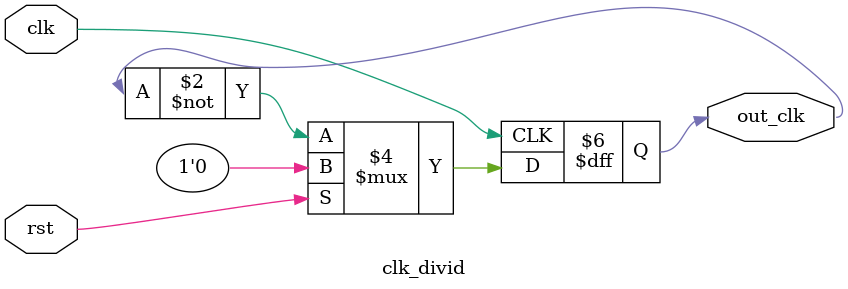
<source format=v>
module clk_divid(clk, rst, out_clk);

    input      clk;
    input      rst;
    output reg out_clk;

    always @(posedge clk) begin
        if (rst) begin
            out_clk <= 1'b0;
        end else begin
            out_clk <= ~out_clk;
        end
    end

endmodule

</source>
